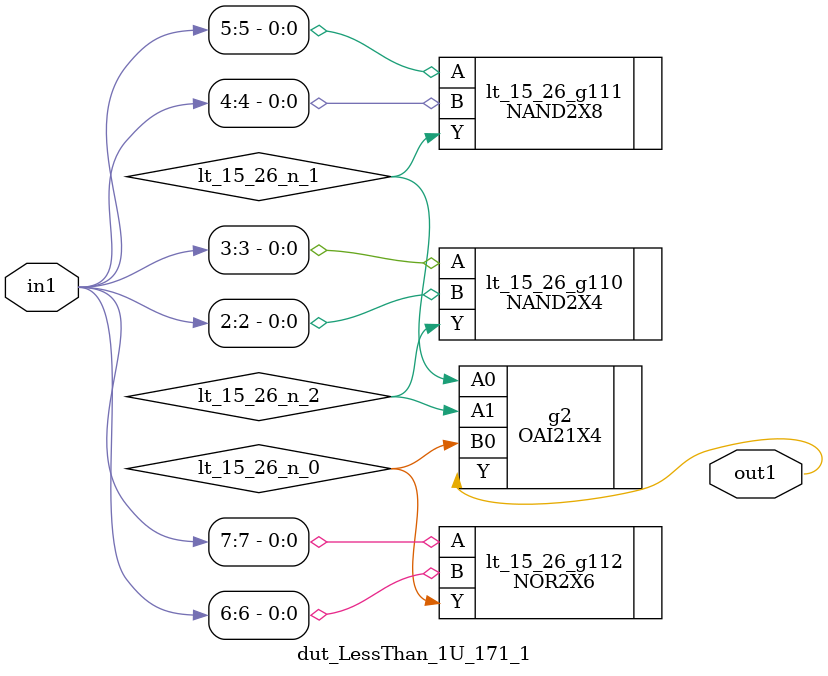
<source format=v>
`timescale 1ps / 1ps


module dut_LessThan_1U_171_1(in1, out1);
  input [7:0] in1;
  output out1;
  wire [7:0] in1;
  wire out1;
  wire lt_15_26_n_0, lt_15_26_n_1, lt_15_26_n_2;
  NAND2X4 lt_15_26_g110(.A (in1[3]), .B (in1[2]), .Y (lt_15_26_n_2));
  NAND2X8 lt_15_26_g111(.A (in1[5]), .B (in1[4]), .Y (lt_15_26_n_1));
  NOR2X6 lt_15_26_g112(.A (in1[7]), .B (in1[6]), .Y (lt_15_26_n_0));
  OAI21X4 g2(.A0 (lt_15_26_n_1), .A1 (lt_15_26_n_2), .B0
       (lt_15_26_n_0), .Y (out1));
endmodule



</source>
